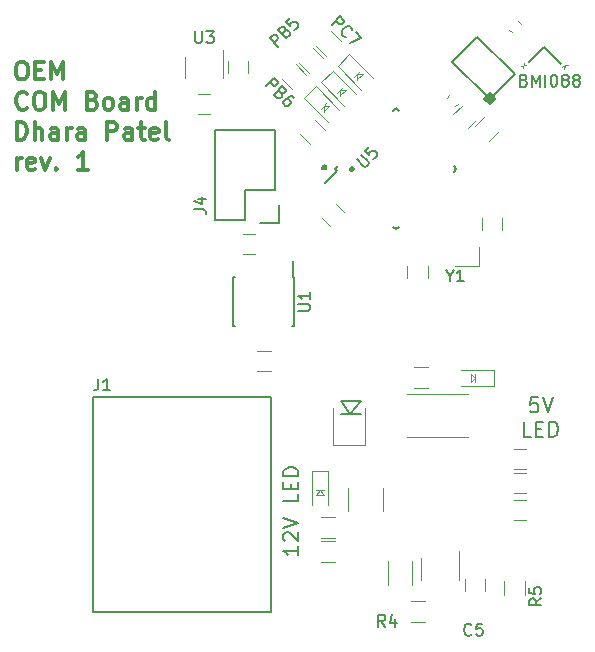
<source format=gto>
G04 #@! TF.GenerationSoftware,KiCad,Pcbnew,5.0.1-33cea8e~68~ubuntu18.04.1*
G04 #@! TF.CreationDate,2019-02-12T00:11:03-05:00*
G04 #@! TF.ProjectId,IMU,494D552E6B696361645F706362000000,rev?*
G04 #@! TF.SameCoordinates,Original*
G04 #@! TF.FileFunction,Legend,Top*
G04 #@! TF.FilePolarity,Positive*
%FSLAX46Y46*%
G04 Gerber Fmt 4.6, Leading zero omitted, Abs format (unit mm)*
G04 Created by KiCad (PCBNEW 5.0.1-33cea8e~68~ubuntu18.04.1) date Tue 12 Feb 2019 12:11:03 AM EST*
%MOMM*%
%LPD*%
G01*
G04 APERTURE LIST*
%ADD10C,0.127000*%
%ADD11C,0.100000*%
%ADD12C,0.300000*%
%ADD13C,0.152400*%
%ADD14C,0.120000*%
%ADD15C,0.150000*%
%ADD16C,0.200000*%
%ADD17C,0.500000*%
G04 APERTURE END LIST*
D10*
X162016440Y-75117960D02*
X163449000Y-76550520D01*
X160746440Y-76367640D02*
X162006280Y-75107800D01*
D11*
X163675857Y-77015260D02*
X163827380Y-76695379D01*
X163507499Y-76846902D02*
X163827380Y-76695379D01*
X163945231Y-76644871D01*
X163978903Y-76644871D01*
X164029411Y-76661707D01*
X160519324Y-76654178D02*
X160098427Y-76704686D01*
X160283621Y-76889880D02*
X160334129Y-76468983D01*
D12*
X117672777Y-76379571D02*
X117958491Y-76379571D01*
X118101348Y-76451000D01*
X118244205Y-76593857D01*
X118315634Y-76879571D01*
X118315634Y-77379571D01*
X118244205Y-77665285D01*
X118101348Y-77808142D01*
X117958491Y-77879571D01*
X117672777Y-77879571D01*
X117529920Y-77808142D01*
X117387062Y-77665285D01*
X117315634Y-77379571D01*
X117315634Y-76879571D01*
X117387062Y-76593857D01*
X117529920Y-76451000D01*
X117672777Y-76379571D01*
X118958491Y-77093857D02*
X119458491Y-77093857D01*
X119672777Y-77879571D02*
X118958491Y-77879571D01*
X118958491Y-76379571D01*
X119672777Y-76379571D01*
X120315634Y-77879571D02*
X120315634Y-76379571D01*
X120815634Y-77451000D01*
X121315634Y-76379571D01*
X121315634Y-77879571D01*
X118244205Y-80286714D02*
X118172777Y-80358142D01*
X117958491Y-80429571D01*
X117815634Y-80429571D01*
X117601348Y-80358142D01*
X117458491Y-80215285D01*
X117387062Y-80072428D01*
X117315634Y-79786714D01*
X117315634Y-79572428D01*
X117387062Y-79286714D01*
X117458491Y-79143857D01*
X117601348Y-79001000D01*
X117815634Y-78929571D01*
X117958491Y-78929571D01*
X118172777Y-79001000D01*
X118244205Y-79072428D01*
X119172777Y-78929571D02*
X119458491Y-78929571D01*
X119601348Y-79001000D01*
X119744205Y-79143857D01*
X119815634Y-79429571D01*
X119815634Y-79929571D01*
X119744205Y-80215285D01*
X119601348Y-80358142D01*
X119458491Y-80429571D01*
X119172777Y-80429571D01*
X119029920Y-80358142D01*
X118887062Y-80215285D01*
X118815634Y-79929571D01*
X118815634Y-79429571D01*
X118887062Y-79143857D01*
X119029920Y-79001000D01*
X119172777Y-78929571D01*
X120458491Y-80429571D02*
X120458491Y-78929571D01*
X120958491Y-80001000D01*
X121458491Y-78929571D01*
X121458491Y-80429571D01*
X123815634Y-79643857D02*
X124029920Y-79715285D01*
X124101348Y-79786714D01*
X124172777Y-79929571D01*
X124172777Y-80143857D01*
X124101348Y-80286714D01*
X124029920Y-80358142D01*
X123887062Y-80429571D01*
X123315634Y-80429571D01*
X123315634Y-78929571D01*
X123815634Y-78929571D01*
X123958491Y-79001000D01*
X124029920Y-79072428D01*
X124101348Y-79215285D01*
X124101348Y-79358142D01*
X124029920Y-79501000D01*
X123958491Y-79572428D01*
X123815634Y-79643857D01*
X123315634Y-79643857D01*
X125029920Y-80429571D02*
X124887062Y-80358142D01*
X124815634Y-80286714D01*
X124744205Y-80143857D01*
X124744205Y-79715285D01*
X124815634Y-79572428D01*
X124887062Y-79501000D01*
X125029920Y-79429571D01*
X125244205Y-79429571D01*
X125387062Y-79501000D01*
X125458491Y-79572428D01*
X125529920Y-79715285D01*
X125529920Y-80143857D01*
X125458491Y-80286714D01*
X125387062Y-80358142D01*
X125244205Y-80429571D01*
X125029920Y-80429571D01*
X126815634Y-80429571D02*
X126815634Y-79643857D01*
X126744205Y-79501000D01*
X126601348Y-79429571D01*
X126315634Y-79429571D01*
X126172777Y-79501000D01*
X126815634Y-80358142D02*
X126672777Y-80429571D01*
X126315634Y-80429571D01*
X126172777Y-80358142D01*
X126101348Y-80215285D01*
X126101348Y-80072428D01*
X126172777Y-79929571D01*
X126315634Y-79858142D01*
X126672777Y-79858142D01*
X126815634Y-79786714D01*
X127529920Y-80429571D02*
X127529920Y-79429571D01*
X127529920Y-79715285D02*
X127601348Y-79572428D01*
X127672777Y-79501000D01*
X127815634Y-79429571D01*
X127958491Y-79429571D01*
X129101348Y-80429571D02*
X129101348Y-78929571D01*
X129101348Y-80358142D02*
X128958491Y-80429571D01*
X128672777Y-80429571D01*
X128529920Y-80358142D01*
X128458491Y-80286714D01*
X128387062Y-80143857D01*
X128387062Y-79715285D01*
X128458491Y-79572428D01*
X128529920Y-79501000D01*
X128672777Y-79429571D01*
X128958491Y-79429571D01*
X129101348Y-79501000D01*
X117387062Y-82979571D02*
X117387062Y-81479571D01*
X117744205Y-81479571D01*
X117958491Y-81551000D01*
X118101348Y-81693857D01*
X118172777Y-81836714D01*
X118244205Y-82122428D01*
X118244205Y-82336714D01*
X118172777Y-82622428D01*
X118101348Y-82765285D01*
X117958491Y-82908142D01*
X117744205Y-82979571D01*
X117387062Y-82979571D01*
X118887062Y-82979571D02*
X118887062Y-81479571D01*
X119529920Y-82979571D02*
X119529920Y-82193857D01*
X119458491Y-82051000D01*
X119315634Y-81979571D01*
X119101348Y-81979571D01*
X118958491Y-82051000D01*
X118887062Y-82122428D01*
X120887062Y-82979571D02*
X120887062Y-82193857D01*
X120815634Y-82051000D01*
X120672777Y-81979571D01*
X120387062Y-81979571D01*
X120244205Y-82051000D01*
X120887062Y-82908142D02*
X120744205Y-82979571D01*
X120387062Y-82979571D01*
X120244205Y-82908142D01*
X120172777Y-82765285D01*
X120172777Y-82622428D01*
X120244205Y-82479571D01*
X120387062Y-82408142D01*
X120744205Y-82408142D01*
X120887062Y-82336714D01*
X121601348Y-82979571D02*
X121601348Y-81979571D01*
X121601348Y-82265285D02*
X121672777Y-82122428D01*
X121744205Y-82051000D01*
X121887062Y-81979571D01*
X122029920Y-81979571D01*
X123172777Y-82979571D02*
X123172777Y-82193857D01*
X123101348Y-82051000D01*
X122958491Y-81979571D01*
X122672777Y-81979571D01*
X122529920Y-82051000D01*
X123172777Y-82908142D02*
X123029920Y-82979571D01*
X122672777Y-82979571D01*
X122529920Y-82908142D01*
X122458491Y-82765285D01*
X122458491Y-82622428D01*
X122529920Y-82479571D01*
X122672777Y-82408142D01*
X123029920Y-82408142D01*
X123172777Y-82336714D01*
X125029920Y-82979571D02*
X125029920Y-81479571D01*
X125601348Y-81479571D01*
X125744205Y-81551000D01*
X125815634Y-81622428D01*
X125887062Y-81765285D01*
X125887062Y-81979571D01*
X125815634Y-82122428D01*
X125744205Y-82193857D01*
X125601348Y-82265285D01*
X125029920Y-82265285D01*
X127172777Y-82979571D02*
X127172777Y-82193857D01*
X127101348Y-82051000D01*
X126958491Y-81979571D01*
X126672777Y-81979571D01*
X126529920Y-82051000D01*
X127172777Y-82908142D02*
X127029920Y-82979571D01*
X126672777Y-82979571D01*
X126529920Y-82908142D01*
X126458491Y-82765285D01*
X126458491Y-82622428D01*
X126529920Y-82479571D01*
X126672777Y-82408142D01*
X127029920Y-82408142D01*
X127172777Y-82336714D01*
X127672777Y-81979571D02*
X128244205Y-81979571D01*
X127887062Y-81479571D02*
X127887062Y-82765285D01*
X127958491Y-82908142D01*
X128101348Y-82979571D01*
X128244205Y-82979571D01*
X129315634Y-82908142D02*
X129172777Y-82979571D01*
X128887062Y-82979571D01*
X128744205Y-82908142D01*
X128672777Y-82765285D01*
X128672777Y-82193857D01*
X128744205Y-82051000D01*
X128887062Y-81979571D01*
X129172777Y-81979571D01*
X129315634Y-82051000D01*
X129387062Y-82193857D01*
X129387062Y-82336714D01*
X128672777Y-82479571D01*
X130244205Y-82979571D02*
X130101348Y-82908142D01*
X130029920Y-82765285D01*
X130029920Y-81479571D01*
X117387062Y-85529571D02*
X117387062Y-84529571D01*
X117387062Y-84815285D02*
X117458491Y-84672428D01*
X117529920Y-84601000D01*
X117672777Y-84529571D01*
X117815634Y-84529571D01*
X118887062Y-85458142D02*
X118744205Y-85529571D01*
X118458491Y-85529571D01*
X118315634Y-85458142D01*
X118244205Y-85315285D01*
X118244205Y-84743857D01*
X118315634Y-84601000D01*
X118458491Y-84529571D01*
X118744205Y-84529571D01*
X118887062Y-84601000D01*
X118958491Y-84743857D01*
X118958491Y-84886714D01*
X118244205Y-85029571D01*
X119458491Y-84529571D02*
X119815634Y-85529571D01*
X120172777Y-84529571D01*
X120744205Y-85386714D02*
X120815634Y-85458142D01*
X120744205Y-85529571D01*
X120672777Y-85458142D01*
X120744205Y-85386714D01*
X120744205Y-85529571D01*
X123387062Y-85529571D02*
X122529920Y-85529571D01*
X122958491Y-85529571D02*
X122958491Y-84029571D01*
X122815634Y-84243857D01*
X122672777Y-84386714D01*
X122529920Y-84458142D01*
D13*
X141234643Y-117420571D02*
X141234643Y-118146285D01*
X141234643Y-117783428D02*
X139964643Y-117783428D01*
X140146072Y-117904380D01*
X140267024Y-118025333D01*
X140327500Y-118146285D01*
X140085596Y-116936761D02*
X140025120Y-116876285D01*
X139964643Y-116755333D01*
X139964643Y-116452952D01*
X140025120Y-116332000D01*
X140085596Y-116271523D01*
X140206548Y-116211047D01*
X140327500Y-116211047D01*
X140508929Y-116271523D01*
X141234643Y-116997238D01*
X141234643Y-116211047D01*
X139964643Y-115848190D02*
X141234643Y-115424857D01*
X139964643Y-115001523D01*
X141234643Y-113005809D02*
X141234643Y-113610571D01*
X139964643Y-113610571D01*
X140569405Y-112582476D02*
X140569405Y-112159142D01*
X141234643Y-111977714D02*
X141234643Y-112582476D01*
X139964643Y-112582476D01*
X139964643Y-111977714D01*
X141234643Y-111433428D02*
X139964643Y-111433428D01*
X139964643Y-111131047D01*
X140025120Y-110949619D01*
X140146072Y-110828666D01*
X140267024Y-110768190D01*
X140508929Y-110707714D01*
X140690358Y-110707714D01*
X140932262Y-110768190D01*
X141053215Y-110828666D01*
X141174167Y-110949619D01*
X141234643Y-111131047D01*
X141234643Y-111433428D01*
X161489855Y-104804983D02*
X160885093Y-104804983D01*
X160824617Y-105409745D01*
X160885093Y-105349269D01*
X161006045Y-105288793D01*
X161308426Y-105288793D01*
X161429379Y-105349269D01*
X161489855Y-105409745D01*
X161550331Y-105530698D01*
X161550331Y-105833079D01*
X161489855Y-105954031D01*
X161429379Y-106014507D01*
X161308426Y-106074983D01*
X161006045Y-106074983D01*
X160885093Y-106014507D01*
X160824617Y-105954031D01*
X161913188Y-104804983D02*
X162336521Y-106074983D01*
X162759855Y-104804983D01*
X160915331Y-108132383D02*
X160310569Y-108132383D01*
X160310569Y-106862383D01*
X161338664Y-107467145D02*
X161761998Y-107467145D01*
X161943426Y-108132383D02*
X161338664Y-108132383D01*
X161338664Y-106862383D01*
X161943426Y-106862383D01*
X162487712Y-108132383D02*
X162487712Y-106862383D01*
X162790093Y-106862383D01*
X162971521Y-106922860D01*
X163092474Y-107043812D01*
X163152950Y-107164764D01*
X163213426Y-107406669D01*
X163213426Y-107588098D01*
X163152950Y-107830002D01*
X163092474Y-107950955D01*
X162971521Y-108071907D01*
X162790093Y-108132383D01*
X162487712Y-108132383D01*
D14*
G04 #@! TO.C,R1*
X158235767Y-82236101D02*
X157387239Y-83084629D01*
X156142731Y-81840121D02*
X156991259Y-80991593D01*
D15*
G04 #@! TO.C,J4*
X139278360Y-87203280D02*
X139278360Y-82123280D01*
X139558360Y-90023280D02*
X138008360Y-90023280D01*
X136738360Y-89743280D02*
X136738360Y-87203280D01*
X136738360Y-87203280D02*
X139278360Y-87203280D01*
X139278360Y-82123280D02*
X134198360Y-82123280D01*
X134198360Y-82123280D02*
X134198360Y-87203280D01*
X139558360Y-90023280D02*
X139558360Y-88473280D01*
X134198360Y-89743280D02*
X136738360Y-89743280D01*
X134198360Y-87203280D02*
X134198360Y-89743280D01*
D14*
G04 #@! TO.C,R2*
X143148560Y-114965880D02*
X144348560Y-114965880D01*
X144348560Y-116725880D02*
X143148560Y-116725880D01*
G04 #@! TO.C,F1*
X145424060Y-114438380D02*
X145424060Y-112438380D01*
X148384060Y-112438380D02*
X148384060Y-114438380D01*
D11*
G04 #@! TO.C,D2*
X156224560Y-102795880D02*
X156224560Y-103145880D01*
X156224560Y-103145880D02*
X156224560Y-103495880D01*
X155874560Y-102795880D02*
X156224560Y-103145880D01*
X155874560Y-102845880D02*
X155874560Y-102795880D01*
X155874560Y-102795880D02*
X155874560Y-102845880D01*
X155874560Y-103495880D02*
X155874560Y-102845880D01*
X155924560Y-103445880D02*
X155874560Y-103495880D01*
X156224560Y-103145880D02*
X155924560Y-103445880D01*
D14*
X157824560Y-103845880D02*
X157824560Y-102445880D01*
X157824560Y-102445880D02*
X155024560Y-102445880D01*
X157824560Y-103845880D02*
X155024560Y-103845880D01*
G04 #@! TO.C,R9*
X155619560Y-108140880D02*
X150419560Y-108140880D01*
X150419560Y-104500880D02*
X155619560Y-104500880D01*
G04 #@! TO.C,C7*
X160504560Y-109153880D02*
X159504560Y-109153880D01*
X159504560Y-110853880D02*
X160504560Y-110853880D01*
G04 #@! TO.C,U2*
X151574660Y-118438380D02*
X151574660Y-120238380D01*
X154794660Y-120238380D02*
X154794660Y-117788380D01*
G04 #@! TO.C,C3*
X150864560Y-120655880D02*
X150864560Y-118655880D01*
X148824560Y-118655880D02*
X148824560Y-120655880D01*
G04 #@! TO.C,R12*
X152222560Y-104025880D02*
X151022560Y-104025880D01*
X151022560Y-102265880D02*
X152222560Y-102265880D01*
G04 #@! TO.C,R4*
X150768560Y-122077880D02*
X151968560Y-122077880D01*
X151968560Y-123837880D02*
X150768560Y-123837880D01*
G04 #@! TO.C,R5*
X160376560Y-120325880D02*
X160376560Y-121525880D01*
X158616560Y-121525880D02*
X158616560Y-120325880D01*
G04 #@! TO.C,C12*
X160504560Y-113471880D02*
X159504560Y-113471880D01*
X159504560Y-115171880D02*
X160504560Y-115171880D01*
G04 #@! TO.C,C11*
X160504560Y-111185880D02*
X159504560Y-111185880D01*
X159504560Y-112885880D02*
X160504560Y-112885880D01*
G04 #@! TO.C,C5*
X155344560Y-120171880D02*
X155344560Y-121171880D01*
X157044560Y-121171880D02*
X157044560Y-120171880D01*
D11*
G04 #@! TO.C,D1*
X142697720Y-112675240D02*
X143047720Y-112675240D01*
X143047720Y-112675240D02*
X143397720Y-112675240D01*
X142697720Y-113025240D02*
X143047720Y-112675240D01*
X142747720Y-113025240D02*
X142697720Y-113025240D01*
X142697720Y-113025240D02*
X142747720Y-113025240D01*
X143397720Y-113025240D02*
X142747720Y-113025240D01*
X143347720Y-112975240D02*
X143397720Y-113025240D01*
X143047720Y-112675240D02*
X143347720Y-112975240D01*
D14*
X143747720Y-111075240D02*
X142347720Y-111075240D01*
X142347720Y-111075240D02*
X142347720Y-113875240D01*
X143747720Y-111075240D02*
X143747720Y-113875240D01*
D16*
G04 #@! TO.C,D7*
X146526560Y-105085880D02*
X145626560Y-106185880D01*
X144826560Y-105085880D02*
X146526560Y-105085880D01*
X145626560Y-106185880D02*
X144826560Y-105085880D01*
X144826560Y-106185880D02*
X146526560Y-106185880D01*
D14*
X144193060Y-108860880D02*
X146860060Y-108860880D01*
X146860060Y-108860880D02*
X146860060Y-105685880D01*
X144193060Y-108860880D02*
X144193060Y-105685880D01*
G04 #@! TO.C,R3*
X143148560Y-116997880D02*
X144348560Y-116997880D01*
X144348560Y-118757880D02*
X143148560Y-118757880D01*
G04 #@! TO.C,C1*
X143220886Y-89619927D02*
X143927993Y-90327034D01*
X145130074Y-89124953D02*
X144422967Y-88417846D01*
G04 #@! TO.C,C2*
X155064906Y-80120653D02*
X154357799Y-80827760D01*
X155559880Y-82029841D02*
X156266987Y-81322734D01*
G04 #@! TO.C,C4*
X137578720Y-90940520D02*
X136578720Y-90940520D01*
X136578720Y-92640520D02*
X137578720Y-92640520D01*
G04 #@! TO.C,C6*
X156736680Y-89624280D02*
X156736680Y-90624280D01*
X158436680Y-90624280D02*
X158436680Y-89624280D01*
G04 #@! TO.C,C8*
X150462880Y-93713680D02*
X150462880Y-94713680D01*
X152162880Y-94713680D02*
X152162880Y-93713680D01*
G04 #@! TO.C,C9*
X133753363Y-79080457D02*
X132753363Y-79080457D01*
X132753363Y-80780457D02*
X133753363Y-80780457D01*
G04 #@! TO.C,C10*
X135288803Y-76325817D02*
X135288803Y-77325817D01*
X136988803Y-77325817D02*
X136988803Y-76325817D01*
G04 #@! TO.C,C13*
X160053767Y-73165558D02*
X159823562Y-72935353D01*
X159332518Y-73886807D02*
X159102313Y-73656602D01*
G04 #@! TO.C,C14*
X154729340Y-79923369D02*
X154499135Y-80153574D01*
X154008091Y-79202120D02*
X153777886Y-79432325D01*
G04 #@! TO.C,D3*
X145549043Y-75765733D02*
X147528942Y-77745632D01*
X144559093Y-76755683D02*
X146538992Y-78735582D01*
X145549043Y-75765733D02*
X144559093Y-76755683D01*
D11*
X146185439Y-77392079D02*
X146609703Y-77392079D01*
X146609703Y-77392079D02*
X146680413Y-77392079D01*
X146680413Y-77392079D02*
X146220794Y-77851698D01*
X146185439Y-77887053D02*
X146220794Y-77851698D01*
X146220794Y-77851698D02*
X146185439Y-77887053D01*
X146185439Y-77887053D02*
X146185439Y-77392079D01*
X146185439Y-77392079D02*
X146432926Y-77144591D01*
X145937951Y-77639566D02*
X146185439Y-77392079D01*
G04 #@! TO.C,D4*
X144511048Y-79001583D02*
X144758536Y-78754096D01*
X144758536Y-78754096D02*
X145006023Y-78506608D01*
X144758536Y-79249070D02*
X144758536Y-78754096D01*
X144793891Y-79213715D02*
X144758536Y-79249070D01*
X144758536Y-79249070D02*
X144793891Y-79213715D01*
X145253510Y-78754096D02*
X144793891Y-79213715D01*
X145182800Y-78754096D02*
X145253510Y-78754096D01*
X144758536Y-78754096D02*
X145182800Y-78754096D01*
D14*
X144122140Y-77127750D02*
X143132190Y-78117700D01*
X143132190Y-78117700D02*
X145112089Y-80097599D01*
X144122140Y-77127750D02*
X146102039Y-79107649D01*
G04 #@! TO.C,D5*
X142723986Y-78475336D02*
X144703885Y-80455235D01*
X141734036Y-79465286D02*
X143713935Y-81445185D01*
X142723986Y-78475336D02*
X141734036Y-79465286D01*
D11*
X143360382Y-80101682D02*
X143784646Y-80101682D01*
X143784646Y-80101682D02*
X143855356Y-80101682D01*
X143855356Y-80101682D02*
X143395737Y-80561301D01*
X143360382Y-80596656D02*
X143395737Y-80561301D01*
X143395737Y-80561301D02*
X143360382Y-80596656D01*
X143360382Y-80596656D02*
X143360382Y-80101682D01*
X143360382Y-80101682D02*
X143607869Y-79854194D01*
X143112894Y-80349169D02*
X143360382Y-80101682D01*
D14*
G04 #@! TO.C,R7*
X137738560Y-100836840D02*
X138938560Y-100836840D01*
X138938560Y-102596840D02*
X137738560Y-102596840D01*
G04 #@! TO.C,R8*
X142229970Y-83383158D02*
X141381442Y-82534630D01*
X142625950Y-81290122D02*
X143474478Y-82138650D01*
D15*
G04 #@! TO.C,U1*
X140837360Y-94632960D02*
X140787360Y-94632960D01*
X140837360Y-98782960D02*
X140692360Y-98782960D01*
X135687360Y-98782960D02*
X135832360Y-98782960D01*
X135687360Y-94632960D02*
X135832360Y-94632960D01*
X140837360Y-94632960D02*
X140837360Y-98782960D01*
X135687360Y-94632960D02*
X135687360Y-98782960D01*
X140787360Y-94632960D02*
X140787360Y-93232960D01*
G04 #@! TO.C,U5*
X144512112Y-85607629D02*
X143504485Y-86615256D01*
X149479537Y-80322006D02*
X149249727Y-80551816D01*
X154606061Y-85448530D02*
X154376251Y-85678340D01*
X149479537Y-90575054D02*
X149709347Y-90345244D01*
X144353013Y-85448530D02*
X144582823Y-85218720D01*
X149479537Y-90575054D02*
X149249727Y-90345244D01*
X154606061Y-85448530D02*
X154376251Y-85218720D01*
X149479537Y-80322006D02*
X149709347Y-80551816D01*
X144353013Y-85448530D02*
X144512112Y-85607629D01*
D17*
X143441723Y-85322806D02*
G75*
G03X143441723Y-85322806I-50800J0D01*
G01*
X145776591Y-85466491D02*
G75*
G03X145776591Y-85466491I-50801J0D01*
G01*
D11*
G04 #@! TO.C,Y1*
X156482800Y-93690240D02*
X156482801Y-92090240D01*
X156482800Y-93690240D02*
X154482800Y-93690240D01*
D14*
G04 #@! TO.C,U3*
X134878603Y-77797697D02*
X134878603Y-75347697D01*
X131658603Y-75997697D02*
X131658603Y-77797697D01*
D15*
G04 #@! TO.C,U4*
X157424275Y-79905526D02*
X157837367Y-79528355D01*
X157478156Y-79420592D02*
X157460196Y-79438552D01*
X157424275Y-79294868D02*
X157478156Y-79420592D01*
X157208749Y-79510394D02*
X157424275Y-79294868D01*
X157370393Y-79672039D02*
X157208749Y-79510394D01*
X157675722Y-79402631D02*
X157370393Y-79672039D01*
X157442235Y-79169145D02*
X157675722Y-79402631D01*
X157083025Y-79528355D02*
X157442235Y-79169145D01*
X157388354Y-79833683D02*
X157083025Y-79528355D01*
X157801446Y-79420592D02*
X157388354Y-79833683D01*
X157424275Y-79043421D02*
X157891248Y-79510394D01*
X157154867Y-79312829D02*
X157424275Y-79043421D01*
X156957302Y-79510394D02*
X157172828Y-79294868D01*
X157442235Y-79995328D02*
X156957302Y-79510394D01*
X157909209Y-79528355D02*
X157442235Y-79995328D01*
X157693683Y-79312829D02*
X157909209Y-79528355D01*
X159554080Y-77437440D02*
X156372100Y-74255460D01*
X157433750Y-79557770D02*
X159555070Y-77436450D01*
X154251770Y-76375790D02*
X156373090Y-74254470D01*
X157433750Y-79557770D02*
X154251770Y-76375790D01*
G04 #@! TO.C,J1*
X138880880Y-104769920D02*
X138880880Y-122929920D01*
X123880880Y-104769920D02*
X123880880Y-122929920D01*
X123880880Y-104769920D02*
X138880880Y-104769920D01*
X123880880Y-122929920D02*
X138880880Y-122929920D01*
D14*
G04 #@! TO.C,PC7*
X143981119Y-73806091D02*
X144829647Y-74654619D01*
X143585139Y-75899127D02*
X142736611Y-75050599D01*
G04 #@! TO.C,PB5*
X142087730Y-77297318D02*
X141239202Y-76448790D01*
X142483710Y-75204282D02*
X143332238Y-76052810D01*
G04 #@! TO.C,PB6*
X141066390Y-76616522D02*
X141914918Y-77465050D01*
X140670410Y-78709558D02*
X139821882Y-77861030D01*
G04 #@! TO.C,J4*
D15*
X132421380Y-88867573D02*
X133135666Y-88867573D01*
X133278523Y-88915192D01*
X133373761Y-89010430D01*
X133421380Y-89153287D01*
X133421380Y-89248525D01*
X132754714Y-87962811D02*
X133421380Y-87962811D01*
X132373761Y-88200906D02*
X133088047Y-88439001D01*
X133088047Y-87819954D01*
G04 #@! TO.C,R4*
X148575733Y-124211340D02*
X148242400Y-123735150D01*
X148004304Y-124211340D02*
X148004304Y-123211340D01*
X148385257Y-123211340D01*
X148480495Y-123258960D01*
X148528114Y-123306579D01*
X148575733Y-123401817D01*
X148575733Y-123544674D01*
X148528114Y-123639912D01*
X148480495Y-123687531D01*
X148385257Y-123735150D01*
X148004304Y-123735150D01*
X149432876Y-123544674D02*
X149432876Y-124211340D01*
X149194780Y-123163721D02*
X148956685Y-123878007D01*
X149575733Y-123878007D01*
G04 #@! TO.C,R5*
X161788100Y-121827586D02*
X161311910Y-122160920D01*
X161788100Y-122399015D02*
X160788100Y-122399015D01*
X160788100Y-122018062D01*
X160835720Y-121922824D01*
X160883339Y-121875205D01*
X160978577Y-121827586D01*
X161121434Y-121827586D01*
X161216672Y-121875205D01*
X161264291Y-121922824D01*
X161311910Y-122018062D01*
X161311910Y-122399015D01*
X160788100Y-120922824D02*
X160788100Y-121399015D01*
X161264291Y-121446634D01*
X161216672Y-121399015D01*
X161169053Y-121303777D01*
X161169053Y-121065681D01*
X161216672Y-120970443D01*
X161264291Y-120922824D01*
X161359529Y-120875205D01*
X161597624Y-120875205D01*
X161692862Y-120922824D01*
X161740481Y-120970443D01*
X161788100Y-121065681D01*
X161788100Y-121303777D01*
X161740481Y-121399015D01*
X161692862Y-121446634D01*
G04 #@! TO.C,C5*
X155885853Y-124873022D02*
X155838234Y-124920641D01*
X155695377Y-124968260D01*
X155600139Y-124968260D01*
X155457281Y-124920641D01*
X155362043Y-124825403D01*
X155314424Y-124730165D01*
X155266805Y-124539689D01*
X155266805Y-124396832D01*
X155314424Y-124206356D01*
X155362043Y-124111118D01*
X155457281Y-124015880D01*
X155600139Y-123968260D01*
X155695377Y-123968260D01*
X155838234Y-124015880D01*
X155885853Y-124063499D01*
X156790615Y-123968260D02*
X156314424Y-123968260D01*
X156266805Y-124444451D01*
X156314424Y-124396832D01*
X156409662Y-124349213D01*
X156647758Y-124349213D01*
X156742996Y-124396832D01*
X156790615Y-124444451D01*
X156838234Y-124539689D01*
X156838234Y-124777784D01*
X156790615Y-124873022D01*
X156742996Y-124920641D01*
X156647758Y-124968260D01*
X156409662Y-124968260D01*
X156314424Y-124920641D01*
X156266805Y-124873022D01*
G04 #@! TO.C,U1*
X141214740Y-97469864D02*
X142024264Y-97469864D01*
X142119502Y-97422245D01*
X142167121Y-97374626D01*
X142214740Y-97279388D01*
X142214740Y-97088912D01*
X142167121Y-96993674D01*
X142119502Y-96946055D01*
X142024264Y-96898436D01*
X141214740Y-96898436D01*
X142214740Y-95898436D02*
X142214740Y-96469864D01*
X142214740Y-96184150D02*
X141214740Y-96184150D01*
X141357598Y-96279388D01*
X141452836Y-96374626D01*
X141500455Y-96469864D01*
G04 #@! TO.C,U5*
X146165426Y-84647162D02*
X146737846Y-85219582D01*
X146838861Y-85253254D01*
X146906205Y-85253254D01*
X147007220Y-85219582D01*
X147141907Y-85084895D01*
X147175579Y-84983880D01*
X147175579Y-84916536D01*
X147141907Y-84815521D01*
X146569487Y-84243101D01*
X147242922Y-83569666D02*
X146906205Y-83906384D01*
X147209251Y-84276773D01*
X147209251Y-84209430D01*
X147242922Y-84108414D01*
X147411281Y-83940056D01*
X147512296Y-83906384D01*
X147579640Y-83906384D01*
X147680655Y-83940056D01*
X147849014Y-84108414D01*
X147882686Y-84209430D01*
X147882686Y-84276773D01*
X147849014Y-84377788D01*
X147680655Y-84546147D01*
X147579640Y-84579819D01*
X147512296Y-84579819D01*
G04 #@! TO.C,Y1*
X154042169Y-94499750D02*
X154042169Y-94975940D01*
X153708836Y-93975940D02*
X154042169Y-94499750D01*
X154375502Y-93975940D01*
X155232645Y-94975940D02*
X154661217Y-94975940D01*
X154946931Y-94975940D02*
X154946931Y-93975940D01*
X154851693Y-94118798D01*
X154756455Y-94214036D01*
X154661217Y-94261655D01*
G04 #@! TO.C,U3*
X132496655Y-73782940D02*
X132496655Y-74592464D01*
X132544274Y-74687702D01*
X132591893Y-74735321D01*
X132687131Y-74782940D01*
X132877607Y-74782940D01*
X132972845Y-74735321D01*
X133020464Y-74687702D01*
X133068083Y-74592464D01*
X133068083Y-73782940D01*
X133449036Y-73782940D02*
X134068083Y-73782940D01*
X133734750Y-74163893D01*
X133877607Y-74163893D01*
X133972845Y-74211512D01*
X134020464Y-74259131D01*
X134068083Y-74354369D01*
X134068083Y-74592464D01*
X134020464Y-74687702D01*
X133972845Y-74735321D01*
X133877607Y-74782940D01*
X133591893Y-74782940D01*
X133496655Y-74735321D01*
X133449036Y-74687702D01*
G04 #@! TO.C,U4*
X160337453Y-77957372D02*
X160480310Y-78004991D01*
X160527929Y-78052610D01*
X160575548Y-78147848D01*
X160575548Y-78290705D01*
X160527929Y-78385943D01*
X160480310Y-78433562D01*
X160385072Y-78481181D01*
X160004120Y-78481181D01*
X160004120Y-77481181D01*
X160337453Y-77481181D01*
X160432691Y-77528801D01*
X160480310Y-77576420D01*
X160527929Y-77671658D01*
X160527929Y-77766896D01*
X160480310Y-77862134D01*
X160432691Y-77909753D01*
X160337453Y-77957372D01*
X160004120Y-77957372D01*
X161004120Y-78481181D02*
X161004120Y-77481181D01*
X161337453Y-78195467D01*
X161670786Y-77481181D01*
X161670786Y-78481181D01*
X162146977Y-78481181D02*
X162146977Y-77481181D01*
X162813643Y-77481181D02*
X162908881Y-77481181D01*
X163004120Y-77528801D01*
X163051739Y-77576420D01*
X163099358Y-77671658D01*
X163146977Y-77862134D01*
X163146977Y-78100229D01*
X163099358Y-78290705D01*
X163051739Y-78385943D01*
X163004120Y-78433562D01*
X162908881Y-78481181D01*
X162813643Y-78481181D01*
X162718405Y-78433562D01*
X162670786Y-78385943D01*
X162623167Y-78290705D01*
X162575548Y-78100229D01*
X162575548Y-77862134D01*
X162623167Y-77671658D01*
X162670786Y-77576420D01*
X162718405Y-77528801D01*
X162813643Y-77481181D01*
X163718405Y-77909753D02*
X163623167Y-77862134D01*
X163575548Y-77814515D01*
X163527929Y-77719277D01*
X163527929Y-77671658D01*
X163575548Y-77576420D01*
X163623167Y-77528801D01*
X163718405Y-77481181D01*
X163908881Y-77481181D01*
X164004120Y-77528801D01*
X164051739Y-77576420D01*
X164099358Y-77671658D01*
X164099358Y-77719277D01*
X164051739Y-77814515D01*
X164004120Y-77862134D01*
X163908881Y-77909753D01*
X163718405Y-77909753D01*
X163623167Y-77957372D01*
X163575548Y-78004991D01*
X163527929Y-78100229D01*
X163527929Y-78290705D01*
X163575548Y-78385943D01*
X163623167Y-78433562D01*
X163718405Y-78481181D01*
X163908881Y-78481181D01*
X164004120Y-78433562D01*
X164051739Y-78385943D01*
X164099358Y-78290705D01*
X164099358Y-78100229D01*
X164051739Y-78004991D01*
X164004120Y-77957372D01*
X163908881Y-77909753D01*
X164670786Y-77909753D02*
X164575548Y-77862134D01*
X164527929Y-77814515D01*
X164480310Y-77719277D01*
X164480310Y-77671658D01*
X164527929Y-77576420D01*
X164575548Y-77528801D01*
X164670786Y-77481181D01*
X164861262Y-77481181D01*
X164956500Y-77528801D01*
X165004120Y-77576420D01*
X165051739Y-77671658D01*
X165051739Y-77719277D01*
X165004120Y-77814515D01*
X164956500Y-77862134D01*
X164861262Y-77909753D01*
X164670786Y-77909753D01*
X164575548Y-77957372D01*
X164527929Y-78004991D01*
X164480310Y-78100229D01*
X164480310Y-78290705D01*
X164527929Y-78385943D01*
X164575548Y-78433562D01*
X164670786Y-78481181D01*
X164861262Y-78481181D01*
X164956500Y-78433562D01*
X165004120Y-78385943D01*
X165051739Y-78290705D01*
X165051739Y-78100229D01*
X165004120Y-78004991D01*
X164956500Y-77957372D01*
X164861262Y-77909753D01*
G04 #@! TO.C,J1*
X124279066Y-103206300D02*
X124279066Y-103920586D01*
X124231447Y-104063443D01*
X124136209Y-104158681D01*
X123993352Y-104206300D01*
X123898114Y-104206300D01*
X125279066Y-104206300D02*
X124707638Y-104206300D01*
X124993352Y-104206300D02*
X124993352Y-103206300D01*
X124898114Y-103349158D01*
X124802876Y-103444396D01*
X124707638Y-103492015D01*
G04 #@! TO.C,PC7*
X144041852Y-73246655D02*
X144748959Y-72539548D01*
X145018333Y-72808922D01*
X145052005Y-72909937D01*
X145052005Y-72977281D01*
X145018333Y-73078296D01*
X144917318Y-73179311D01*
X144816303Y-73212983D01*
X144748959Y-73212983D01*
X144647944Y-73179311D01*
X144378570Y-72909937D01*
X145220364Y-74290479D02*
X145153020Y-74290479D01*
X145018333Y-74223135D01*
X144950990Y-74155792D01*
X144883646Y-74021105D01*
X144883646Y-73886418D01*
X144917318Y-73785403D01*
X145018333Y-73617044D01*
X145119348Y-73516029D01*
X145287707Y-73415013D01*
X145388722Y-73381342D01*
X145523409Y-73381342D01*
X145658096Y-73448685D01*
X145725440Y-73516029D01*
X145792783Y-73650716D01*
X145792783Y-73718059D01*
X146095829Y-73886418D02*
X146567234Y-74357822D01*
X145557081Y-74761883D01*
G04 #@! TO.C,PB5*
X139505096Y-75109347D02*
X138797989Y-74402240D01*
X139067363Y-74132866D01*
X139168378Y-74099194D01*
X139235722Y-74099194D01*
X139336737Y-74132866D01*
X139437752Y-74233881D01*
X139471424Y-74334896D01*
X139471424Y-74402240D01*
X139437752Y-74503255D01*
X139168378Y-74772629D01*
X140077515Y-73796148D02*
X140212202Y-73728805D01*
X140279546Y-73728805D01*
X140380561Y-73762477D01*
X140481576Y-73863492D01*
X140515248Y-73964507D01*
X140515248Y-74031851D01*
X140481576Y-74132866D01*
X140212202Y-74402240D01*
X139505096Y-73695133D01*
X139740798Y-73459431D01*
X139841813Y-73425759D01*
X139909157Y-73425759D01*
X140010172Y-73459431D01*
X140077515Y-73526774D01*
X140111187Y-73627790D01*
X140111187Y-73695133D01*
X140077515Y-73796148D01*
X139841813Y-74031851D01*
X140548920Y-72651309D02*
X140212202Y-72988026D01*
X140515248Y-73358416D01*
X140515248Y-73291072D01*
X140548920Y-73190057D01*
X140717279Y-73021698D01*
X140818294Y-72988026D01*
X140885637Y-72988026D01*
X140986653Y-73021698D01*
X141155011Y-73190057D01*
X141188683Y-73291072D01*
X141188683Y-73358416D01*
X141155011Y-73459431D01*
X140986653Y-73627790D01*
X140885637Y-73661461D01*
X140818294Y-73661461D01*
G04 #@! TO.C,PB6*
X138458932Y-78453656D02*
X139166039Y-77746549D01*
X139435413Y-78015923D01*
X139469085Y-78116938D01*
X139469085Y-78184282D01*
X139435413Y-78285297D01*
X139334398Y-78386312D01*
X139233383Y-78419984D01*
X139166039Y-78419984D01*
X139065024Y-78386312D01*
X138795650Y-78116938D01*
X139772131Y-79026075D02*
X139839474Y-79160762D01*
X139839474Y-79228106D01*
X139805802Y-79329121D01*
X139704787Y-79430136D01*
X139603772Y-79463808D01*
X139536428Y-79463808D01*
X139435413Y-79430136D01*
X139166039Y-79160762D01*
X139873146Y-78453656D01*
X140108848Y-78689358D01*
X140142520Y-78790373D01*
X140142520Y-78857717D01*
X140108848Y-78958732D01*
X140041505Y-79026075D01*
X139940489Y-79059747D01*
X139873146Y-79059747D01*
X139772131Y-79026075D01*
X139536428Y-78790373D01*
X140883298Y-79463808D02*
X140748611Y-79329121D01*
X140647596Y-79295449D01*
X140580253Y-79295449D01*
X140411894Y-79329121D01*
X140243535Y-79430136D01*
X139974161Y-79699510D01*
X139940489Y-79800526D01*
X139940489Y-79867869D01*
X139974161Y-79968884D01*
X140108848Y-80103571D01*
X140209863Y-80137243D01*
X140277207Y-80137243D01*
X140378222Y-80103571D01*
X140546581Y-79935213D01*
X140580253Y-79834197D01*
X140580253Y-79766854D01*
X140546581Y-79665839D01*
X140411894Y-79531152D01*
X140310879Y-79497480D01*
X140243535Y-79497480D01*
X140142520Y-79531152D01*
G04 #@! TD*
M02*

</source>
